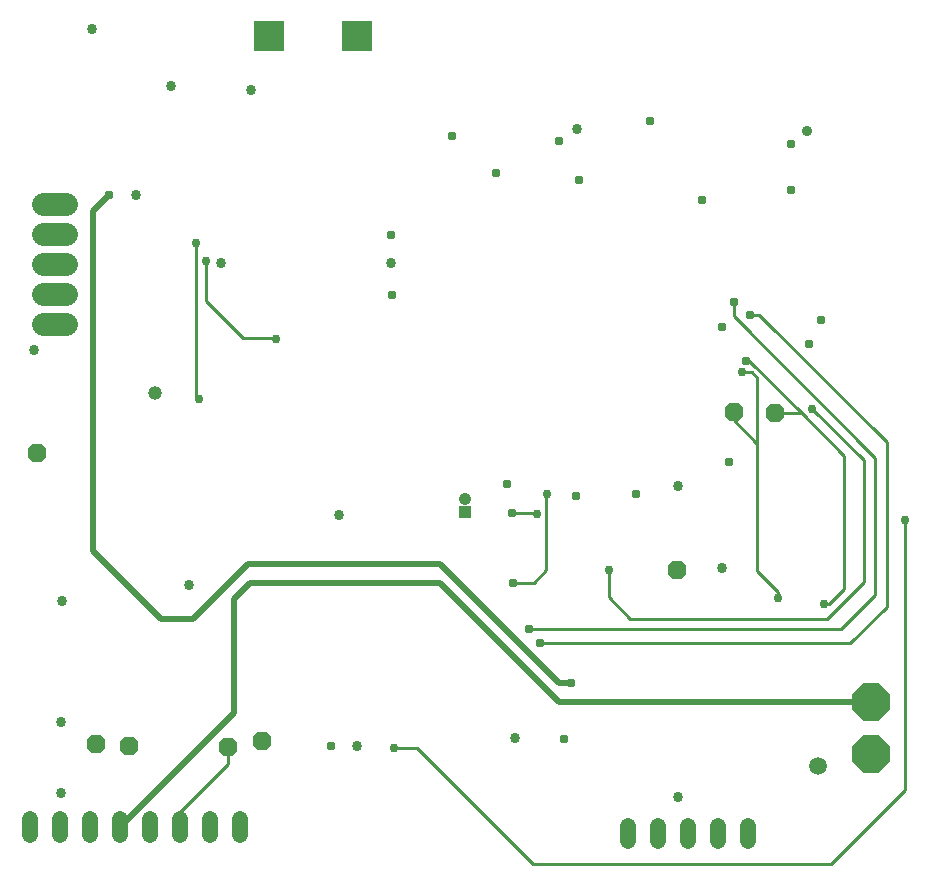
<source format=gbr>
G04 EAGLE Gerber RS-274X export*
G75*
%MOMM*%
%FSLAX34Y34*%
%LPD*%
%INBottom Copper*%
%IPPOS*%
%AMOC8*
5,1,8,0,0,1.08239X$1,22.5*%
G01*
%ADD10P,3.436588X8X22.500000*%
%ADD11C,1.320800*%
%ADD12R,2.540000X2.540000*%
%ADD13R,1.058000X1.058000*%
%ADD14C,1.058000*%
%ADD15C,1.981200*%
%ADD16P,1.732040X8X22.500000*%
%ADD17C,0.254000*%
%ADD18C,0.756400*%
%ADD19C,0.780000*%
%ADD20C,1.186400*%
%ADD21C,0.508000*%
%ADD22C,0.856400*%
%ADD23C,1.500000*%
%ADD24C,0.886400*%


D10*
X745126Y411275D03*
X744782Y366978D03*
D11*
X641086Y306304D02*
X641086Y293096D01*
X615686Y293096D02*
X615686Y306304D01*
X590286Y306304D02*
X590286Y293096D01*
X564886Y293096D02*
X564886Y306304D01*
X539486Y306304D02*
X539486Y293096D01*
D12*
X309465Y975001D03*
X234965Y975001D03*
D13*
X401577Y571650D03*
D14*
X401577Y582650D03*
D11*
X32900Y312004D02*
X32900Y298796D01*
X58300Y298796D02*
X58300Y312004D01*
X83700Y312004D02*
X83700Y298796D01*
X109100Y298796D02*
X109100Y312004D01*
X134500Y312004D02*
X134500Y298796D01*
X159900Y298796D02*
X159900Y312004D01*
X185300Y312004D02*
X185300Y298796D01*
X210700Y298796D02*
X210700Y312004D01*
D15*
X63758Y730956D02*
X43946Y730956D01*
X43946Y756356D02*
X63758Y756356D01*
X63758Y781756D02*
X43946Y781756D01*
X43946Y807156D02*
X63758Y807156D01*
X63758Y832556D02*
X43946Y832556D01*
D16*
X38900Y621900D03*
X580828Y523029D03*
X229537Y378147D03*
X88900Y375500D03*
X200315Y372773D03*
X116713Y373913D03*
X664040Y655686D03*
X628931Y656322D03*
D17*
X459359Y511861D02*
X441503Y511861D01*
X459359Y511861D02*
X470127Y522629D01*
D18*
X470302Y587246D03*
D17*
X470127Y587071D01*
X470127Y522629D01*
D19*
X441503Y511861D03*
D18*
X462274Y570628D03*
D19*
X441173Y570763D03*
D17*
X462138Y570763D01*
X462274Y570628D01*
D19*
X287376Y373939D03*
X485115Y380162D03*
D20*
X138862Y672668D03*
D18*
X173812Y800049D03*
D17*
X173812Y670288D01*
X176301Y667799D01*
D18*
X176301Y667799D03*
D19*
X338561Y806286D03*
X427634Y858749D03*
X497738Y853516D03*
X601447Y836041D03*
X618896Y728853D03*
X495351Y585673D03*
X339471Y756056D03*
X437011Y595349D03*
X546303Y586892D03*
X624611Y614680D03*
D17*
X719557Y472669D02*
X455676Y472669D01*
X719557Y472669D02*
X748690Y501802D01*
X748690Y617946D01*
X628806Y737830D01*
X628806Y750116D01*
D19*
X455676Y472669D03*
X628806Y750116D03*
D17*
X727126Y461010D02*
X464414Y461010D01*
X727126Y461010D02*
X758114Y491998D01*
X758114Y631495D01*
D19*
X464414Y461010D03*
X642723Y739091D03*
D17*
X650518Y739091D02*
X758114Y631495D01*
X650518Y739091D02*
X642723Y739091D01*
X159900Y317939D02*
X159900Y305400D01*
X200315Y358353D02*
X200315Y372773D01*
X200315Y358353D02*
X159900Y317939D01*
D18*
X704748Y494254D03*
D17*
X709671Y494254D01*
X722122Y506705D01*
X722122Y619709D01*
X641833Y699999D02*
X639445Y699999D01*
X686145Y655686D02*
X722122Y619709D01*
X686145Y655686D02*
X641833Y699999D01*
D19*
X639445Y699999D03*
D17*
X664040Y655686D02*
X686145Y655686D01*
D18*
X666620Y499504D03*
D17*
X666620Y504142D01*
X648589Y522173D01*
X648589Y630000D01*
X648589Y685902D01*
X644296Y690194D01*
D18*
X635893Y690693D03*
D17*
X636392Y690194D02*
X644296Y690194D01*
X636392Y690194D02*
X635893Y690693D01*
X628931Y649658D02*
X648589Y630000D01*
X628931Y649658D02*
X628931Y656322D01*
D21*
X205943Y402243D02*
X109100Y305400D01*
X205943Y498746D02*
X219529Y512332D01*
X380148Y512332D01*
X481205Y411275D01*
X745126Y411275D01*
X205943Y402243D02*
X205943Y498746D01*
D19*
X390000Y890000D03*
X481101Y886358D03*
X558013Y903300D03*
X677266Y883310D03*
X677088Y844931D03*
X692551Y714465D03*
D18*
X522724Y522935D03*
D17*
X522724Y499728D01*
X540766Y481686D02*
X707619Y481686D01*
X738937Y513004D01*
X540766Y481686D02*
X522724Y499728D01*
X738937Y513004D02*
X738937Y615655D01*
D18*
X695164Y659428D03*
D17*
X738937Y615655D01*
D18*
X341177Y371916D03*
D17*
X360848Y371916D01*
X773735Y336525D02*
X773735Y565607D01*
D18*
X773735Y565607D03*
D17*
X459080Y273684D02*
X360848Y371916D01*
X459080Y273684D02*
X710895Y273684D01*
X773735Y336525D01*
D18*
X181864Y784200D03*
D17*
X181864Y750672D01*
X212979Y719557D01*
X240443Y719557D01*
X241109Y718891D01*
D18*
X241109Y718891D03*
D22*
X84988Y980999D03*
X152019Y932307D03*
X219710Y929589D03*
X194513Y783057D03*
X338353Y782574D03*
X123038Y840435D03*
X167386Y509880D03*
X59868Y496316D03*
X59157Y394335D03*
X58826Y334137D03*
X309506Y373974D03*
X443597Y380730D03*
D23*
X700481Y356870D03*
D22*
X581279Y330600D03*
X294183Y569697D03*
X36322Y709574D03*
X495859Y896188D03*
D24*
X690372Y894588D03*
D19*
X702285Y734746D03*
D22*
X618592Y524637D03*
X581355Y593852D03*
D19*
X491312Y427279D03*
D21*
X480755Y427279D01*
X379765Y528269D01*
X217221Y528269D02*
X170536Y481584D01*
X143637Y481584D01*
X86563Y538658D01*
X86563Y826563D01*
X100000Y840000D01*
D19*
X100000Y840000D03*
D21*
X217221Y528269D02*
X379765Y528269D01*
M02*

</source>
